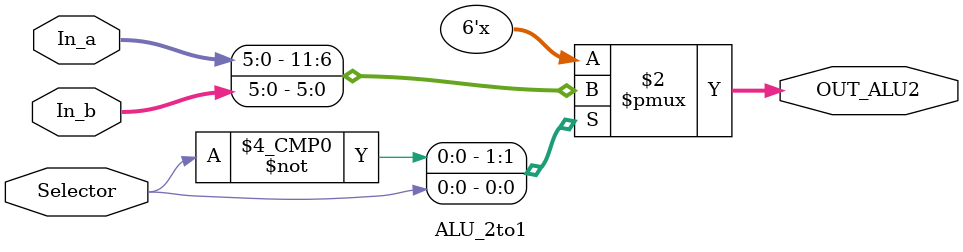
<source format=v>
`timescale 1ns / 1ps


module ALU_2to1(
    input [5:0] In_a,         // en realidad deberían ser de 32 bits
    input [5:0] In_b,         // en realidad deberían ser de 32 bits
   
    input Selector,   
    
    output reg [5:0] OUT_ALU2     // en realidad deberían ser de 32 bits
    );
        
    always @(*) begin
        case(Selector)
            1'b0:  OUT_ALU2 = In_a;
            1'b1:  OUT_ALU2 = In_b;
        default: OUT_ALU2 = 5'b00000;    // en realidad deberían ser de 32 bits
        endcase
        
    end
endmodule
</source>
